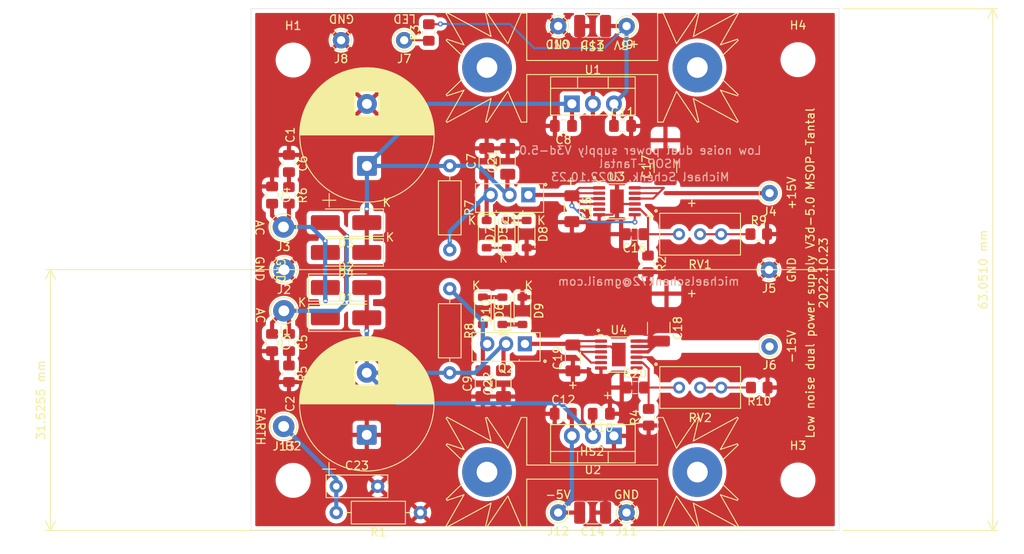
<source format=kicad_pcb>
(kicad_pcb (version 20241229) (generator "pcbnew") (generator_version "9.0")
  (layers (0 "F.Cu" signal) (2 "B.Cu" signal) (13 "F.Paste" user) (15 "B.Paste" user) (5 "F.SilkS" user "F.Silkscreen") (7 "B.SilkS" user "B.Silkscreen") (1 "F.Mask" user) (3 "B.Mask" user) (25 "Edge.Cuts" user))
  (net 0 "")
  (net 1 "GND")
  (net 2 "Net-(D3-K)")
  (net 3 "Net-(D1-A)")
  (net 4 "Net-(D1-K)")
  (net 5 "Net-(D2-K)")
  (net 6 "Net-(D5-K)")
  (net 7 "Net-(D6-A)")
  (net 8 "Net-(J9-Pin_1)")
  (net 9 "Net-(C5-Pad2)")
  (net 10 "Net-(C6-Pad2)")
  (net 11 "Net-(J12-Pin_1)")
  (net 12 "Net-(Q1-E)")
  (net 13 "Net-(U3-SET)")
  (net 14 "Net-(J4-Pin_1)")
  (net 15 "Net-(J6-Pin_1)")
  (net 16 "Net-(R9-Pad1)")
  (net 17 "Net-(R10-Pad2)")
  (net 18 "Net-(Q2-E)")
  (net 19 "Net-(U4-SET)")
  (net 20 "Net-(J13-Pin_1)")
  (net 21 "Net-(D5-A)")
  (net 22 "Net-(D10-A)")
  (net 23 "Net-(D7-A)")
  (net 24 "Net-(D10-K)")
  (net 25 "Net-(J7-Pin_1)")
  (footprint "MountingHole:MountingHole_3.2mm_M3" (layer "F.Cu") (at 85.09 84.5)
    (property "Reference" "H2" (at 0 -4.15 0) (layer "F.SilkS"))
    (property "Value" "MountingHole")
    (pad "" np_thru_hole circle (at 0 0) (size 3.2 3.2) (drill 3.2) (layers "*.Cu" "*.Mask"))
  )
  (footprint "Connector_Pin:Pin_D1.0mm_L10.0mm" (layer "F.Cu") (at 142.5575 59.055)
    (property "Reference" "J5" (at 0 2.25 0) (layer "F.SilkS"))
    (property "Value" "GND")
    (pad "1" thru_hole circle (at 0 0) (size 2 2) (drill 1) (layers "*.Cu" "*.Mask") (net 1 "GND"))
  )
  (footprint "Capacitor_THT:CP_Radial_D16.0mm_P7.50mm" (layer "F.Cu") (at 94 46.5 90)
    (property "Reference" "C1" (at 3.75 -9.25 90) (layer "F.SilkS"))
    (property "Value" "2200uF")
    (pad "1" thru_hole roundrect (at 0 0 90) (size 2.4 2.4) (drill 1.2) (layers "*.Cu" "*.Mask") (roundrect_rratio 0.104167) (net 2 "Net-(D3-K)"))
    (pad "2" thru_hole circle (at 7.5 0 90) (size 2.4 2.4) (drill 1.2) (layers "*.Cu" "*.Mask") (net 1 "GND"))
  )
  (footprint "MountingHole:MountingHole_3.2mm_M3" (layer "F.Cu") (at 85.09 33.7)
    (property "Reference" "H1" (at 0 -4.15 0) (layer "F.SilkS"))
    (property "Value" "MountingHole")
    (pad "" np_thru_hole circle (at 0 0) (size 3.2 3.2) (drill 3.2) (layers "*.Cu" "*.Mask"))
  )
  (footprint "MountingHole:MountingHole_3.2mm_M3" (layer "F.Cu") (at 146.05 33.655)
    (property "Reference" "H4" (at 0 -4.15 0) (layer "F.SilkS"))
    (property "Value" "MountingHole")
    (pad "" np_thru_hole circle (at 0 0) (size 3.2 3.2) (drill 3.2) (layers "*.Cu" "*.Mask"))
  )
  (footprint "Connector_Pin:Pin_D1.3mm_L11.0mm" (layer "F.Cu") (at 83.9724 64.008)
    (property "Reference" "J1" (at 0 2.4 0) (layer "F.SilkS"))
    (property "Value" "AC")
    (pad "1" thru_hole circle (at 0 0) (size 2.6 2.6) (drill 1.3) (layers "*.Cu" "*.Mask") (net 4 "Net-(D1-K)"))
  )
  (footprint "Connector_Pin:Pin_D1.0mm_L10.0mm" (layer "F.Cu") (at 142.621 49.784)
    (property "Reference" "J4" (at 0 2.25 0) (layer "F.SilkS"))
    (property "Value" "+15V")
    (pad "1" thru_hole circle (at 0 0) (size 2 2) (drill 1) (layers "*.Cu" "*.Mask") (net 14 "Net-(J4-Pin_1)"))
  )
  (footprint "Potentiometer_THT:Potentiometer_Bourns_3296W_Vertical" (layer "F.Cu") (at 131.689 54.747 180)
    (property "Reference" "RV1" (at -2.54 -3.66 180) (layer "F.SilkS"))
    (property "Value" "200k")
    (pad "1" thru_hole circle (at 0 0 180) (size 1.44 1.44) (drill 0.8) (layers "*.Cu" "*.Mask") (net 13 "Net-(U3-SET)"))
    (pad "2" thru_hole circle (at -2.54 0 180) (size 1.44 1.44) (drill 0.8) (layers "*.Cu" "*.Mask") (net 16 "Net-(R9-Pad1)"))
    (pad "3" thru_hole circle (at -5.08 0 180) (size 1.44 1.44) (drill 0.8) (layers "*.Cu" "*.Mask") (net 16 "Net-(R9-Pad1)"))
  )
  (footprint "Capacitor_THT:CP_Radial_D16.0mm_P7.50mm" (layer "F.Cu") (at 93.98 79 90)
    (property "Reference" "C2" (at 3.75 -9.25 90) (layer "F.SilkS"))
    (property "Value" "2200uF")
    (pad "1" thru_hole roundrect (at 0 0 90) (size 2.4 2.4) (drill 1.2) (layers "*.Cu" "*.Mask") (roundrect_rratio 0.104167) (net 1 "GND"))
    (pad "2" thru_hole circle (at 7.5 0 90) (size 2.4 2.4) (drill 1.2) (layers "*.Cu" "*.Mask") (net 3 "Net-(D1-A)"))
  )
  (footprint "MountingHole:MountingHole_3.2mm_M3" (layer "F.Cu") (at 146.05 84.455)
    (property "Reference" "H3" (at 0 -4.15 0) (layer "F.SilkS"))
    (property "Value" "MountingHole")
    (pad "" np_thru_hole circle (at 0 0) (size 3.2 3.2) (drill 3.2) (layers "*.Cu" "*.Mask"))
  )
  (footprint "Capacitor_SMD:C_0805_2012Metric_Pad1.18x1.45mm_HandSolder" (layer "F.Cu") (at 117.729 41.656 180)
    (property "Reference" "C8" (at 0 -1.68 180) (layer "F.SilkS"))
    (property "Value" "330nF")
    (pad "1" smd roundrect (at -1.0375 0 180) (size 1.175 1.45) (layers "F.Cu" "F.Mask" "F.Paste") (roundrect_rratio 0.212766) (net 2 "Net-(D3-K)"))
    (pad "2" smd roundrect (at 1.0375 0 180) (size 1.175 1.45) (layers "F.Cu" "F.Mask" "F.Paste") (roundrect_rratio 0.212766) (net 1 "GND"))
  )
  (footprint "Capacitor_SMD:C_0805_2012Metric_Pad1.18x1.45mm_HandSolder" (layer "F.Cu") (at 122.301 76.454 180)
    (property "Reference" "C10" (at 0 -1.68 180) (layer "F.SilkS"))
    (property "Value" "330nF")
    (pad "1" smd roundrect (at -1.0375 0 180) (size 1.175 1.45) (layers "F.Cu" "F.Mask" "F.Paste") (roundrect_rratio 0.212766) (net 1 "GND"))
    (pad "2" smd roundrect (at 1.0375 0 180) (size 1.175 1.45) (layers "F.Cu" "F.Mask" "F.Paste") (roundrect_rratio 0.212766) (net 3 "Net-(D1-A)"))
  )
  (footprint "Capacitor_SMD:C_0805_2012Metric_Pad1.18x1.45mm_HandSolder" (layer "F.Cu") (at 124.8625 41.656)
    (property "Reference" "C11" (at 0 -1.68 0) (layer "F.SilkS"))
    (property "Value" "100nF")
    (pad "1" smd roundrect (at -1.0375 0) (size 1.175 1.45) (layers "F.Cu" "F.Mask" "F.Paste") (roundrect_rratio 0.212766) (net 8 "Net-(J9-Pin_1)"))
    (pad "2" smd roundrect (at 1.0375 0) (size 1.175 1.45) (layers "F.Cu" "F.Mask" "F.Paste") (roundrect_rratio 0.212766) (net 1 "GND"))
  )
  (footprint "Capacitor_SMD:C_0805_2012Metric_Pad1.18x1.45mm_HandSolder" (layer "F.Cu") (at 117.7075 76.454)
    (property "Reference" "C12" (at 0 -1.68 0) (layer "F.SilkS"))
    (property "Value" "100nF")
    (pad "1" smd roundrect (at -1.0375 0) (size 1.175 1.45) (layers "F.Cu" "F.Mask" "F.Paste") (roundrect_rratio 0.212766) (net 1 "GND"))
    (pad "2" smd roundrect (at 1.0375 0) (size 1.175 1.45) (layers "F.Cu" "F.Mask" "F.Paste") (roundrect_rratio 0.212766) (net 11 "Net-(J12-Pin_1)"))
  )
  (footprint "Connector_Pin:Pin_D1.0mm_L10.0mm" (layer "F.Cu") (at 98.5 31.3055)
    (property "Reference" "J7" (at 0 2.25 0) (layer "F.SilkS"))
    (property "Value" "LED")
    (pad "1" thru_hole circle (at 0 0) (size 2 2) (drill 1) (layers "*.Cu" "*.Mask") (net 25 "Net-(J7-Pin_1)"))
  )
  (footprint "Connector_Pin:Pin_D1.0mm_L10.0mm" (layer "F.Cu") (at 90.88 31.3055)
    (property "Reference" "J8" (at 0 2.25 0) (layer "F.SilkS"))
    (property "Value" "GND")
    (pad "1" thru_hole circle (at 0 0) (size 2 2) (drill 1) (layers "*.Cu" "*.Mask") (net 1 "GND"))
  )
  (footprint "Connector_Pin:Pin_D1.0mm_L10.0mm" (layer "F.Cu") (at 125.349 29.591)
    (property "Reference" "J9" (at 0 2.25 0) (layer "F.SilkS"))
    (property "Value" "+5V")
    (pad "1" thru_hole circle (at 0 0) (size 2 2) (drill 1) (layers "*.Cu" "*.Mask") (net 8 "Net-(J9-Pin_1)"))
  )
  (footprint "Connector_Pin:Pin_D1.0mm_L10.0mm" (layer "F.Cu") (at 117.094 29.591)
    (property "Reference" "J10" (at 0 2.25 0) (layer "F.SilkS"))
    (property "Value" "GND")
    (pad "1" thru_hole circle (at 0 0) (size 2 2) (drill 1) (layers "*.Cu" "*.Mask") (net 1 "GND"))
  )
  (footprint "Connector_Pin:Pin_D1.0mm_L10.0mm" (layer "F.Cu") (at 125.349 88.392)
    (property "Reference" "J11" (at 0 2.25 0) (layer "F.SilkS"))
    (property "Value" "GND")
    (pad "1" thru_hole circle (at 0 0) (size 2 2) (drill 1) (layers "*.Cu" "*.Mask") (net 1 "GND"))
  )
  (footprint "Resistor_SMD:R_0805_2012Metric_Pad1.20x1.40mm_HandSolder" (layer "F.Cu") (at 101.473 30.369 90)
    (property "Reference" "R3" (at 0 -1.65 90) (layer "F.SilkS"))
    (property "Value" "240R")
    (pad "1" smd roundrect (at -1 0 90) (size 1.2 1.4) (layers "F.Cu" "F.Mask" "F.Paste") (roundrect_rratio 0.208333) (net 25 "Net-(J7-Pin_1)"))
    (pad "2" smd roundrect (at 1 0 90) (size 1.2 1.4) (layers "F.Cu" "F.Mask" "F.Paste") (roundrect_rratio 0.208333) (net 8 "Net-(J9-Pin_1)"))
  )
  (footprint "Connector_Pin:Pin_D1.3mm_L11.0mm" (layer "F.Cu") (at 84 59.0505)
    (property "Reference" "J2" (at 0 2.4 0) (layer "F.SilkS"))
    (property "Value" "GND")
    (pad "1" thru_hole circle (at 0 0) (size 2.6 2.6) (drill 1.3) (layers "*.Cu" "*.Mask") (net 1 "GND"))
  )
  (footprint "Capacitor_SMD:C_1210_3225Metric_Pad1.33x2.70mm_HandSolder" (layer "F.Cu") (at 130.048 46.594 90)
    (property "Reference" "C17" (at 0 -2.3 90) (layer "F.SilkS"))
    (property "Value" "10uF/100V")
    (pad "1" smd roundrect (at -1.5625 0 90) (size 1.325 2.7) (layers "F.Cu" "F.Mask" "F.Paste") (roundrect_rratio 0.188679) (net 14 "Net-(J4-Pin_1)"))
    (pad "2" smd roundrect (at 1.5625 0 90) (size 1.325 2.7) (layers "F.Cu" "F.Mask" "F.Paste") (roundrect_rratio 0.188679) (net 1 "GND"))
  )
  (footprint "Diode_SMD:D_SMA_Handsoldering" (layer "F.Cu") (at 91.48 64.849)
    (property "Reference" "D1" (at 0 -2.5 0) (layer "F.SilkS"))
    (property "Value" "BYG20D")
    (pad "1" smd roundrect (at -2.5 0) (size 3.5 1.8) (layers "F.Cu" "F.Mask" "F.Paste") (roundrect_rratio 0.1388888889) (net 4 "Net-(D1-K)"))
    (pad "2" smd roundrect (at 2.5 0) (size 3.5 1.8) (layers "F.Cu" "F.Mask" "F.Paste") (roundrect_rratio 0.1388888889) (net 3 "Net-(D1-A)"))
  )
  (footprint "Diode_SMD:D_SMA_Handsoldering" (layer "F.Cu") (at 91.48 61.1914)
    (property "Reference" "D2" (at 0 -2.5 0) (layer "F.SilkS"))
    (property "Value" "BYG20D")
    (pad "1" smd roundrect (at -2.5 0) (size 3.5 1.8) (layers "F.Cu" "F.Mask" "F.Paste") (roundrect_rratio 0.1388888889) (net 5 "Net-(D2-K)"))
    (pad "2" smd roundrect (at 2.5 0) (size 3.5 1.8) (layers "F.Cu" "F.Mask" "F.Paste") (roundrect_rratio 0.1388888889) (net 3 "Net-(D1-A)"))
  )
  (footprint "Package_TO_SOT_THT:TO-220-3_Vertical" (layer "F.Cu") (at 123.825 79.121 180)
    (property "Reference" "U2" (at 2.54 -4.1 180) (layer "F.SilkS"))
    (property "Value" "LM7905_TO220")
    (pad "1" thru_hole rect (at 0 0 180) (size 1.905 2) (drill 1.1) (layers "*.Cu" "*.Mask") (net 1 "GND"))
    (pad "2" thru_hole oval (at 2.54 0 180) (size 1.905 2) (drill 1.1) (layers "*.Cu" "*.Mask") (net 3 "Net-(D1-A)"))
    (pad "3" thru_hole oval (at 5.08 0 180) (size 1.905 2) (drill 1.1) (layers "*.Cu" "*.Mask") (net 11 "Net-(J12-Pin_1)"))
  )
  (footprint "Potentiometer_THT:Potentiometer_Bourns_3296W_Vertical" (layer "F.Cu") (at 131.699 73.279 180)
    (property "Reference" "RV2" (at -2.54 -3.66 180) (layer "F.SilkS"))
    (property "Value" "200k")
    (pad "1" thru_hole circle (at 0 0 180) (size 1.44 1.44) (drill 0.8) (layers "*.Cu" "*.Mask") (net 19 "Net-(U4-SET)"))
    (pad "2" thru_hole circle (at -2.54 0 180) (size 1.44 1.44) (drill 0.8) (layers "*.Cu" "*.Mask") (net 17 "Net-(R10-Pad2)"))
    (pad "3" thru_hole circle (at -5.08 0 180) (size 1.44 1.44) (drill 0.8) (layers "*.Cu" "*.Mask") (net 17 "Net-(R10-Pad2)"))
  )
  (footprint "Connector_Pin:Pin_D1.3mm_L11.0mm" (layer "F.Cu") (at 83.9216 53.8734)
    (property "Reference" "J3" (at 0 2.4 0) (layer "F.SilkS"))
    (property "Value" "AC")
    (pad "1" thru_hole circle (at 0 0) (size 2.6 2.6) (drill 1.3) (layers "*.Cu" "*.Mask") (net 5 "Net-(D2-K)"))
  )
  (footprint "Diode_SMD:D_SMA_Handsoldering" (layer "F.Cu") (at 91.48 53.349 180)
    (property "Reference" "D3" (at 0 -2.5 180) (layer "F.SilkS"))
    (property "Value" "BYG20D")
    (pad "1" smd roundrect (at -2.5 0 180) (size 3.5 1.8) (layers "F.Cu" "F.Mask" "F.Paste") (roundrect_rratio 0.1388888889) (net 2 "Net-(D3-K)"))
    (pad "2" smd roundrect (at 2.5 0 180) (size 3.5 1.8) (layers "F.Cu" "F.Mask" "F.Paste") (roundrect_rratio 0.1388888889) (net 4 "Net-(D1-K)"))
  )
  (footprint "Diode_SMD:D_SMA_Handsoldering" (layer "F.Cu") (at 91.48 56.9558 180)
    (property "Reference" "D4" (at 0 -2.5 180) (layer "F.SilkS"))
    (property "Value" "BYG20D")
    (pad "1" smd roundrect (at -2.5 0 180) (size 3.5 1.8) (layers "F.Cu" "F.Mask" "F.Paste") (roundrect_rratio 0.1388888889) (net 2 "Net-(D3-K)"))
    (pad "2" smd roundrect (at 2.5 0 180) (size 3.5 1.8) (layers "F.Cu" "F.Mask" "F.Paste") (roundrect_rratio 0.1388888889) (net 5 "Net-(D2-K)"))
  )
  (footprint "Capacitor_SMD:C_0805_2012Metric_Pad1.18x1.45mm_HandSolder" (layer "F.Cu") (at 82.55 67.8395 -90)
    (property "Reference" "C3" (at 0 -1.68 270) (layer "F.SilkS"))
    (property "Value" "Cx/10nF/50V")
    (pad "1" smd roundrect (at -1.0375 0 270) (size 1.175 1.45) (layers "F.Cu" "F.Mask" "F.Paste") (roundrect_rratio 0.212766) (net 4 "Net-(D1-K)"))
    (pad "2" smd roundrect (at 1.0375 0 270) (size 1.175 1.45) (layers "F.Cu" "F.Mask" "F.Paste") (roundrect_rratio 0.212766) (net 1 "GND"))
  )
  (footprint "Capacitor_SMD:C_0805_2012Metric_Pad1.18x1.45mm_HandSolder" (layer "F.Cu") (at 82.55 50.0165 -90)
    (property "Reference" "C4" (at 0 -1.68 270) (layer "F.SilkS"))
    (property "Value" "Cx/10nF/50V")
    (pad "1" smd roundrect (at -1.0375 0 270) (size 1.175 1.45) (layers "F.Cu" "F.Mask" "F.Paste") (roundrect_rratio 0.212766) (net 1 "GND"))
    (pad "2" smd roundrect (at 1.0375 0 270) (size 1.175 1.45) (layers "F.Cu" "F.Mask" "F.Paste") (roundrect_rratio 0.212766) (net 5 "Net-(D2-K)"))
  )
  (footprint "Capacitor_SMD:C_0805_2012Metric_Pad1.18x1.45mm_HandSolder" (layer "F.Cu") (at 84.582 67.8395 -90)
    (property "Reference" "C5" (at 0 -1.68 270) (layer "F.SilkS"))
    (property "Value" "Cs/50V")
    (pad "1" smd roundrect (at -1.0375 0 270) (size 1.175 1.45) (layers "F.Cu" "F.Mask" "F.Paste") (roundrect_rratio 0.212766) (net 4 "Net-(D1-K)"))
    (pad "2" smd roundrect (at 1.0375 0 270) (size 1.175 1.45) (layers "F.Cu" "F.Mask" "F.Paste") (roundrect_rratio 0.212766) (net 9 "Net-(C5-Pad2)"))
  )
  (footprint "Capacitor_SMD:C_0805_2012Metric_Pad1.18x1.45mm_HandSolder" (layer "F.Cu") (at 84.582 46.2065 -90)
    (property "Reference" "C6" (at 0 -1.68 270) (layer "F.SilkS"))
    (property "Value" "Cs/50V")
    (pad "1" smd roundrect (at -1.0375 0 270) (size 1.175 1.45) (layers "F.Cu" "F.Mask" "F.Paste") (roundrect_rratio 0.212766) (net 1 "GND"))
    (pad "2" smd roundrect (at 1.0375 0 270) (size 1.175 1.45) (layers "F.Cu" "F.Mask" "F.Paste") (roundrect_rratio 0.212766) (net 10 "Net-(C6-Pad2)"))
  )
  (footprint "Capacitor_SMD:C_1206_3216Metric_Pad1.33x1.80mm_HandSolder" (layer "F.Cu") (at 108.458 45.9375 90)
    (property "Reference" "C7" (at 0 -1.85 90) (layer "F.SilkS"))
    (property "Value" "4.7uF/100V")
    (pad "1" smd roundrect (at -1.5625 0 90) (size 1.325 1.8) (layers "F.Cu" "F.Mask" "F.Paste") (roundrect_rratio 0.188679) (net 6 "Net-(D5-K)"))
    (pad "2" smd roundrect (at 1.5625 0 90) (size 1.325 1.8) (layers "F.Cu" "F.Mask" "F.Paste") (roundrect_rratio 0.188679) (net 1 "GND"))
  )
  (footprint "Capacitor_SMD:C_1206_3216Metric_Pad1.33x1.80mm_HandSolder" (layer "F.Cu") (at 108 72.8095 90)
    (property "Reference" "C9" (at 0 -1.85 90) (layer "F.SilkS"))
    (property "Value" "4.7uF/100V")
    (pad "1" smd roundrect (at -1.5625 0 90) (size 1.325 1.8) (layers "F.Cu" "F.Mask" "F.Paste") (roundrect_rratio 0.188679) (net 1 "GND"))
    (pad "2" smd roundrect (at 1.5625 0 90) (size 1.325 1.8) (layers "F.Cu" "F.Mask" "F.Paste") (roundrect_rratio 0.188679) (net 7 "Net-(D6-A)"))
  )
  (footprint "Diode_SMD:D_SOD-123" (layer "F.Cu") (at 108.458 54.736 -90)
    (property "Reference" "D5" (at 0 -2 270) (layer "F.SilkS"))
    (property "Value" "MMSZ5232B/5.6V")
    (pad "1" smd roundrect (at -1.65 0 270) (size 0.9 1.2) (layers "F.Cu" "F.Mask" "F.Paste") (net 6 "Net-(D5-K)"))
    (pad "2" smd roundrect (at 1.65 0 270) (size 0.9 1.2) (layers "F.Cu" "F.Mask" "F.Paste") (net 21 "Net-(D5-A)"))
  )
  (footprint "Diode_SMD:D_SOD-123" (layer "F.Cu") (at 108 64.009 -90)
    (property "Reference" "D6" (at 0 -2 270) (layer "F.SilkS"))
    (property "Value" "MMSZ5232B/5.6V")
    (pad "1" smd roundrect (at -1.65 0 270) (size 0.9 1.2) (layers "F.Cu" "F.Mask" "F.Paste") (net 22 "Net-(D10-A)"))
    (pad "2" smd roundrect (at 1.65 0 270) (size 0.9 1.2) (layers "F.Cu" "F.Mask" "F.Paste") (net 7 "Net-(D6-A)"))
  )
  (footprint "Package_TO_SOT_THT:TO-126-3_Vertical" (layer "F.Cu") (at 113.5 50 180)
    (property "Reference" "Q1" (at 2.28 -2.95 180) (layer "F.SilkS"))
    (property "Value" "BD139")
    (pad "1" thru_hole rect (at 0 0 180) (size 1.71 1.8) (drill 1) (layers "*.Cu" "*.Mask") (net 12 "Net-(Q1-E)"))
    (pad "2" thru_hole oval (at 2.28 0 180) (size 1.71 1.8) (drill 1) (layers "*.Cu" "*.Mask") (net 2 "Net-(D3-K)"))
    (pad "3" thru_hole oval (at 4.56 0 180) (size 1.71 1.8) (drill 1) (layers "*.Cu" "*.Mask") (net 6 "Net-(D5-K)"))
  )
  (footprint "Package_TO_SOT_THT:TO-126-3_Vertical" (layer "F.Cu") (at 113.08 68 180)
    (property "Reference" "Q2" (at 2.28 -2.95 180) (layer "F.SilkS"))
    (property "Value" "BD140")
    (pad "1" thru_hole rect (at 0 0 180) (size 1.71 1.8) (drill 1) (layers "*.Cu" "*.Mask") (net 18 "Net-(Q2-E)"))
    (pad "2" thru_hole oval (at 2.28 0 180) (size 1.71 1.8) (drill 1) (layers "*.Cu" "*.Mask") (net 3 "Net-(D1-A)"))
    (pad "3" thru_hole oval (at 4.56 0 180) (size 1.71 1.8) (drill 1) (layers "*.Cu" "*.Mask") (net 7 "Net-(D6-A)"))
  )
  (footprint "Resistor_SMD:R_0805_2012Metric_Pad1.20x1.40mm_HandSolder" (layer "F.Cu") (at 84.582 71.612 -90)
    (property "Reference" "R5" (at 0 -1.65 270) (layer "F.SilkS"))
    (property "Value" "Rs/1/8W")
    (pad "1" smd roundrect (at -1 0 270) (size 1.2 1.4) (layers "F.Cu" "F.Mask" "F.Paste") (roundrect_rratio 0.208333) (net 9 "Net-(C5-Pad2)"))
    (pad "2" smd roundrect (at 1 0 270) (size 1.2 1.4) (layers "F.Cu" "F.Mask" "F.Paste") (roundrect_rratio 0.208333) (net 1 "GND"))
  )
  (footprint "Resistor_SMD:R_0805_2012Metric_Pad1.20x1.40mm_HandSolder" (layer "F.Cu") (at 84.582 50.054 -90)
    (property "Reference" "R6" (at 0 -1.65 270) (layer "F.SilkS"))
    (property "Value" "Rs/1/8W")
    (pad "1" smd roundrect (at -1 0 270) (size 1.2 1.4) (layers "F.Cu" "F.Mask" "F.Paste") (roundrect_rratio 0.208333) (net 10 "Net-(C6-Pad2)"))
    (pad "2" smd roundrect (at 1 0 270) (size 1.2 1.4) (layers "F.Cu" "F.Mask" "F.Paste") (roundrect_rratio 0.208333) (net 5 "Net-(D2-K)"))
  )
  (footprint "Resistor_THT:R_Axial_DIN0207_L6.3mm_D2.5mm_P10.16mm_Horizontal" (layer "F.Cu") (at 104 46.482 -90)
    (property "Reference" "R7" (at 5.08 -2.37 270) (layer "F.SilkS"))
    (property "Value" "430R/0.6W")
    (pad "1" thru_hole circle (at 0 0 270) (size 1.6 1.6) (drill 0.8) (layers "*.Cu" "*.Mask") (net 2 "Net-(D3-K)"))
    (pad "2" thru_hole circle (at 10.16 0 270) (size 1.6 1.6) (drill 0.8) (layers "*.Cu" "*.Mask") (net 6 "Net-(D5-K)"))
  )
  (footprint "Resistor_THT:R_Axial_DIN0207_L6.3mm_D2.5mm_P10.16mm_Horizontal" (layer "F.Cu") (at 104 61.34 -90)
    (property "Reference" "R8" (at 5.08 -2.37 270) (layer "F.SilkS"))
    (property "Value" "430R/0.6W")
    (pad "1" thru_hole circle (at 0 0 270) (size 1.6 1.6) (drill 0.8) (layers "*.Cu" "*.Mask") (net 7 "Net-(D6-A)"))
    (pad "2" thru_hole circle (at 10.16 0 270) (size 1.6 1.6) (drill 0.8) (layers "*.Cu" "*.Mask") (net 3 "Net-(D1-A)"))
  )
  (footprint "Capacitor_SMD:C_1210_3225Metric_Pad1.33x2.70mm_HandSolder" (layer "F.Cu") (at 121.2465 29.591 180)
    (property "Reference" "C13" (at 0 -2.3 180) (layer "F.SilkS"))
    (property "Value" "10uF/50V")
    (pad "1" smd roundrect (at -1.5625 0 180) (size 1.325 2.7) (layers "F.Cu" "F.Mask" "F.Paste") (roundrect_rratio 0.188679) (net 8 "Net-(J9-Pin_1)"))
    (pad "2" smd roundrect (at 1.5625 0 180) (size 1.325 2.7) (layers "F.Cu" "F.Mask" "F.Paste") (roundrect_rratio 0.188679) (net 1 "GND"))
  )
  (footprint "Capacitor_SMD:C_1210_3225Metric_Pad1.33x2.70mm_HandSolder" (layer "F.Cu") (at 121.2465 88.392 180)
    (property "Reference" "C14" (at 0 -2.3 180) (layer "F.SilkS"))
    (property "Value" "10uF/50V")
    (pad "1" smd roundrect (at -1.5625 0 180) (size 1.325 2.7) (layers "F.Cu" "F.Mask" "F.Paste") (roundrect_rratio 0.188679) (net 1 "GND"))
    (pad "2" smd roundrect (at 1.5625 0 180) (size 1.325 2.7) (layers "F.Cu" "F.Mask" "F.Paste") (roundrect_rratio 0.188679) (net 11 "Net-(J12-Pin_1)"))
  )
  (footprint "Connector_Pin:Pin_D1.0mm_L10.0mm" (layer "F.Cu") (at 117.094 88.392)
    (property "Reference" "J12" (at 0 2.25 0) (layer "F.SilkS"))
    (property "Value" "-5V")
    (pad "1" thru_hole circle (at 0 0) (size 2 2) (drill 1) (layers "*.Cu" "*.Mask") (net 11 "Net-(J12-Pin_1)"))
  )
  (footprint "Package_TO_SOT_THT:TO-220-3_Vertical" (layer "F.Cu") (at 118.745 38.989)
    (property "Reference" "U1" (at 2.54 -4.1 0) (layer "F.SilkS"))
    (property "Value" "LM7805_TO220")
    (pad "1" thru_hole rect (at 0 0) (size 1.905 2) (drill 1.1) (layers "*.Cu" "*.Mask") (net 2 "Net-(D3-K)"))
    (pad "2" thru_hole oval (at 2.54 0) (size 1.905 2) (drill 1.1) (layers "*.Cu" "*.Mask") (net 1 "GND"))
    (pad "3" thru_hole oval (at 5.08 0) (size 1.905 2) (drill 1.1) (layers "*.Cu" "*.Mask") (net 8 "Net-(J9-Pin_1)"))
  )
  (footprint "Capacitor_SMD:C_1210_3225Metric_Pad1.33x2.70mm_HandSolder" (layer "F.Cu") (at 129.2352 66.1031 -90)
    (property "Reference" "C18" (at 0 -2.3 270) (layer "F.SilkS"))
    (property "Value" "10uF/100V")
    (pad "1" smd roundrect (at -1.5625 0 270) (size 1.325 2.7) (layers "F.Cu" "F.Mask" "F.Paste") (roundrect_rratio 0.188679) (net 1 "GND"))
    (pad "2" smd roundrect (at 1.5625 0 270) (size 1.325 2.7) (layers "F.Cu" "F.Mask" "F.Paste") (roundrect_rratio 0.188679) (net 15 "Net-(J6-Pin_1)"))
  )
  (footprint "Diode_SMD:D_SOD-123" (layer "F.Cu") (at 110.871 54.736 90)
    (property "Reference" "D7" (at 0 -2 90) (layer "F.SilkS"))
    (property "Value" "MMSZ5232B/5.6V")
    (pad "1" smd roundrect (at -1.65 0 90) (size 0.9 1.2) (layers "F.Cu" "F.Mask" "F.Paste") (net 21 "Net-(D5-A)"))
    (pad "2" smd roundrect (at 1.65 0 90) (size 0.9 1.2) (layers "F.Cu" "F.Mask" "F.Paste") (net 23 "Net-(D7-A)"))
  )
  (footprint "Diode_SMD:D_SOD-123" (layer "F.Cu") (at 113.284 54.736 -90)
    (property "Reference" "D8" (at 0 -2 270) (layer "F.SilkS"))
    (property "Value" "MMSZ5232B/5.6V")
    (pad "1" smd roundrect (at -1.65 0 270) (size 0.9 1.2) (layers "F.Cu" "F.Mask" "F.Paste") (net 23 "Net-(D7-A)"))
    (pad "2" smd roundrect (at 1.65 0 270) (size 0.9 1.2) (layers "F.Cu" "F.Mask" "F.Paste") (net 1 "GND"))
  )
  (footprint "Diode_SMD:D_SOD-123" (layer "F.Cu") (at 112.776 64.009 -90)
    (property "Reference" "D9" (at 0 -2 270) (layer "F.SilkS"))
    (property "Value" "MMSZ5232B/5.6V")
    (pad "1" smd roundrect (at -1.65 0 270) (size 0.9 1.2) (layers "F.Cu" "F.Mask" "F.Paste") (net 1 "GND"))
    (pad "2" smd roundrect (at 1.65 0 270) (size 0.9 1.2) (layers "F.Cu" "F.Mask" "F.Paste") (net 24 "Net-(D10-K)"))
  )
  (footprint "Diode_SMD:D_SOD-123" (layer "F.Cu") (at 110.363 64.009 90)
    (property "Reference" "D10" (at 0 -2 90) (layer "F.SilkS"))
    (property "Value" "MMSZ5232B/5.6V")
    (pad "1" smd roundrect (at -1.65 0 90) (size 0.9 1.2) (layers "F.Cu" "F.Mask" "F.Paste") (net 24 "Net-(D10-K)"))
    (pad "2" smd roundrect (at 1.65 0 90) (size 0.9 1.2) (layers "F.Cu" "F.Mask" "F.Paste") (net 22 "Net-(D10-A)"))
  )
  (footprint "Capacitor_SMD:C_0805_2012Metric_Pad1.18x1.45mm_HandSolder" (layer "F.Cu") (at 126.391 73.279)
    (property "Reference" "C20" (at 0 -1.68 0) (layer "F.SilkS"))
    (property "Value" "470nF/100V")
    (pad "1" smd roundrect (at -1.0375 0) (size 1.175 1.45) (layers "F.Cu" "F.Mask" "F.Paste") (roundrect_rratio 0.212766) (net 1 "GND"))
    (pad "2" smd roundrect (at 1.0375 0) (size 1.175 1.45) (layers "F.Cu" "F.Mask" "F.Paste") (roundrect_rratio 0.212766) (net 19 "Net-(U4-SET)"))
  )
  (footprint "Connector_Pin:Pin_D1.0mm_L10.0mm" (layer "F.Cu") (at 142.621 68.326)
    (property "Reference" "J6" (at 0 2.25 0) (layer "F.SilkS"))
    (property "Value" "-15V")
    (pad "1" thru_hole circle (at 0 0) (size 2 2) (drill 1) (layers "*.Cu" "*.Mask") (net 15 "Net-(J6-Pin_1)"))
  )
  (footprint "Capacitor_SMD:C_1206_3216Metric_Pad1.33x1.80mm_HandSolder" (layer "F.Cu") (at 111 45.9375 90)
    (property "Reference" "C21" (at 0 -1.85 90) (layer "F.SilkS"))
    (property "Value" "4.7uF/100V")
    (pad "1" smd roundrect (at -1.5625 0 90) (size 1.325 1.8) (layers "F.Cu" "F.Mask" "F.Paste") (roundrect_rratio 0.188679) (net 2 "Net-(D3-K)"))
    (pad "2" smd roundrect (at 1.5625 0 90) (size 1.325 1.8) (layers "F.Cu" "F.Mask" "F.Paste") (roundrect_rratio 0.188679) (net 1 "GND"))
  )
  (footprint "Capacitor_SMD:C_1206_3216Metric_Pad1.33x1.80mm_HandSolder" (layer "F.Cu") (at 110.49 72.8095 90)
    (property "Reference" "C22" (at 0 -1.85 90) (layer "F.SilkS"))
    (property "Value" "4.7uF/100V")
    (pad "1" smd roundrect (at -1.5625 0 90) (size 1.325 1.8) (layers "F.Cu" "F.Mask" "F.Paste") (roundrect_rratio 0.188679) (net 1 "GND"))
    (pad "2" smd roundrect (at 1.5625 0 90) (size 1.325 1.8) (layers "F.Cu" "F.Mask" "F.Paste") (roundrect_rratio 0.188679) (net 3 "Net-(D1-A)"))
  )
  (footprint "Capacitor_SMD:C_1206_3216Metric_Pad1.33x1.80mm_HandSolder" (layer "F.Cu") (at 118.872 69.697 90)
    (property "Reference" "C19" (at 0 -1.85 90) (layer "F.SilkS"))
    (property "Value" "4.7uF/100V")
    (pad "1" smd roundrect (at -1.5625 0 90) (size 1.325 1.8) (layers "F.Cu" "F.Mask" "F.Paste") (roundrect_rratio 0.188679) (net 1 "GND"))
    (pad "2" smd roundrect (at 1.5625 0 90) (size 1.325 1.8) (layers "F.Cu" "F.Mask" "F.Paste") (roundrect_rratio 0.188679) (net 18 "Net-(Q2-E)"))
  )
  (footprint "Package_SO:MSOP-12-1EP_3x4.039mm_P0.65mm_EP1.651x2.845mm" (layer "F.Cu") (at 124.4105 69.2935)
    (property "Reference" "U4" (at 0 -2.97 0) (layer "F.SilkS"))
    (property "Value" "LT3094xMSE")
    (pad "1" smd roundrect (at -2.15 -1.625) (size 1.45 0.4) (layers "F.Cu" "F.Mask" "F.Paste") (net 18 "Net-(Q2-E)"))
    (pad "2" smd roundrect (at -2.15 -0.975) (size 1.45 0.4) (layers "F.Cu" "F.Mask" "F.Paste") (net 18 "Net-(Q2-E)"))
    (pad "3" smd roundrect (at -2.15 -0.325) (size 1.45 0.4) (layers "F.Cu" "F.Mask" "F.Paste") (net 18 "Net-(Q2-E)"))
    (pad "4" smd roundrect (at -2.15 0.325) (size 1.45 0.4) (layers "F.Cu" "F.Mask" "F.Paste"))
    (pad "5" smd roundrect (at -2.15 0.975) (size 1.45 0.4) (layers "F.Cu" "F.Mask" "F.Paste") (net 18 "Net-(Q2-E)"))
    (pad "6" smd roundrect (at -2.15 1.625) (size 1.45 0.4) (layers "F.Cu" "F.Mask" "F.Paste") (net 1 "GND"))
    (pad "7" smd roundrect (at 2.15 1.625) (size 1.45 0.4) (layers "F.Cu" "F.Mask" "F.Paste"))
    (pad "8" smd roundrect (at 2.15 0.975) (size 1.45 0.4) (layers "F.Cu" "F.Mask" "F.Paste") (net 19 "Net-(U4-SET)"))
    (pad "9" smd roundrect (at 2.15 0.325) (size 1.45 0.4) (layers "F.Cu" "F.Mask" "F.Paste") (net 1 "GND"))
    (pad "10" smd roundrect (at 2.15 -0.325) (size 1.45 0.4) (layers "F.Cu" "F.Mask" "F.Paste") (net 15 "Net-(J6-Pin_1)"))
    (pad "11" smd roundrect (at 2.15 -0.975) (size 1.45 0.4) (layers "F.Cu" "F.Mask" "F.Paste") (net 15 "Net-(J6-Pin_1)"))
    (pad "12" smd roundrect (at 2.15 -1.625) (size 1.45 0.4) (layers "F.Cu" "F.Mask" "F.Paste") (net 15 "Net-(J6-Pin_1)"))
    (pad "13" smd rect (at 0 0) (size 1.651 2.845) (property pad_prop_heatsink) (layers "F.Cu" "F.Mask") (net 18 "Net-(Q2-E)"))
  )
  (footprint "Capacitor_SMD:C_1206_3216Metric_Pad1.33x1.80mm_HandSolder" (layer "F.Cu") (at 118.745 51.663 -90)
    (property "Reference" "C15" (at 0 -1.85 270) (layer "F.SilkS"))
    (property "Value" "4.7uF/100V")
    (pad "1" smd roundrect (at -1.5625 0 270) (size 1.325 1.8) (layers "F.Cu" "F.Mask" "F.Paste") (roundrect_rratio 0.188679) (net 12 "Net-(Q1-E)"))
    (pad "2" smd roundrect (at 1.5625 0 270) (size 1.325 1.8) (layers "F.Cu" "F.Mask" "F.Paste") (roundrect_rratio 0.188679) (net 1 "GND"))
  )
  (footprint "Capacitor_SMD:C_0805_2012Metric_Pad1.18x1.45mm_HandSolder" (layer "F.Cu") (at 126.3175 54.747 180)
    (property "Reference" "C16" (at 0 -1.68 180) (layer "F.SilkS"))
    (property "Value" "470nF/100V")
    (pad "1" smd roundrect (at -1.0375 0 180) (size 1.175 1.45) (layers "F.Cu" "F.Mask" "F.Paste") (roundrect_rratio 0.212766) (net 13 "Net-(U3-SET)"))
    (pad "2" smd roundrect (at 1.0375 0 180) (size 1.175 1.45) (layers "F.Cu" "F.Mask" "F.Paste") (roundrect_rratio 0.212766) (net 1 "GND"))
  )
  (footprint "Package_SO:MSOP-12-1EP_3x4.039mm_P0.65mm_EP1.651x2.845mm" (layer "F.Cu") (at 124.187 50.769)
    (property "Reference" "U3" (at 0 -2.97 0) (layer "F.SilkS"))
    (property "Value" "LT3045xMSE")
    (pad "1" smd roundrect (at -2.15 -1.625) (size 1.45 0.4) (layers "F.Cu" "F.Mask" "F.Paste") (net 12 "Net-(Q1-E)"))
    (pad "2" smd roundrect (at -2.15 -0.975) (size 1.45 0.4) (layers "F.Cu" "F.Mask" "F.Paste") (net 12 "Net-(Q1-E)"))
    (pad "3" smd roundrect (at -2.15 -0.325) (size 1.45 0.4) (layers "F.Cu" "F.Mask" "F.Paste") (net 12 "Net-(Q1-E)"))
    (pad "4" smd roundrect (at -2.15 0.325) (size 1.45 0.4) (layers "F.Cu" "F.Mask" "F.Paste") (net 12 "Net-(Q1-E)"))
    (pad "5" smd roundrect (at -2.15 0.975) (size 1.45 0.4) (layers "F.Cu" "F.Mask" "F.Paste"))
    (pad "6" smd roundrect (at -2.15 1.625) (size 1.45 0.4) (layers "F.Cu" "F.Mask" "F.Paste") (net 1 "GND"))
    (pad "7" smd roundrect (at 2.15 1.625) (size 1.45 0.4) (layers "F.Cu" "F.Mask" "F.Paste") (net 12 "Net-(Q1-E)"))
    (pad "8" smd roundrect (at 2.15 0.975) (size 1.45 0.4) (layers "F.Cu" "F.Mask" "F.Paste") (net 13 "Net-(U3-SET)"))
    (pad "9" smd roundrect (at 2.15 0.325) (size 1.45 0.4) (layers "F.Cu" "F.Mask" "F.Paste") (net 1 "GND"))
    (pad "10" smd roundrect (at 2.15 -0.325) (size 1.45 0.4) (layers "F.Cu" "F.Mask" "F.Paste") (net 14 "Net-(J4-Pin_1)"))
    (pad "11" smd roundrect (at 2.15 -0.975) (size 1.45 0.4) (layers "F.Cu" "F.Mask" "F.Paste") (net 14 "Net-(J4-Pin_1)"))
    (pad "12" smd roundrect (at 2.15 -1.625) (size 1.45 0.4) (layers "F.Cu" "F.Mask" "F.Paste") (net 14 "Net-(J4-Pin_1)"))
    (pad "13" smd rect (at 0 0) (size 1.651 2.845) (property pad_prop_heatsink) (layers "F.Cu" "F.Mask") (net 1 "GND"))
  )
  (footprint "Capacitor_THT:C_Rect_L7.2mm_W2.5mm_P5.00mm_FKS2_FKP2_MKS2_MKP2" (layer "F.Cu") (at 90.297 85.217)
    (property "Reference" "C23" (at 2.5 -2.5 0) (layer "F.SilkS"))
    (property "Value" "10nF")
    (pad "1" thru_hole circle (at 0 0) (size 1.6 1.6) (drill 0.8) (layers "*.Cu" "*.Mask") (net 20 "Net-(J13-Pin_1)"))
    (pad "2" thru_hole circle (at 5 0) (size 1.6 1.6) (drill 0.8) (layers "*.Cu" "*.Mask") (net 1 "GND"))
  )
  (footprint "Connector_Pin:Pin_D1.3mm_L11.0mm" (layer "F.Cu") (at 83.947 77.978)
    (property "Reference" "J13" (at 0 2.4 0) (layer "F.SilkS"))
    (property "Value" "EARTH")
    (pad "1" thru_hole circle (at 0 0) (size 2.6 2.6) (drill 1.3) (layers "*.Cu" "*.Mask") (net 20 "Net-(J13-Pin_1)"))
  )
  (footprint "Resistor_THT:R_Axial_DIN0207_L6.3mm_D2.5mm_P10.16mm_Horizontal" (layer "F.Cu") (at 100.457 88.392 180)
    (property "Reference" "R1" (at 5.08 -2.37 180) (layer "F.SilkS"))
    (property "Value" "100R/0.6W")
    (pad "1" thru_hole circle (at 0 0 180) (size 1.6 1.6) (drill 0.8) (layers "*.Cu" "*.Mask") (net 1 "GND"))
    (pad "2" thru_hole circle (at 10.16 0 180) (size 1.6 1.6) (drill 0.8) (layers "*.Cu" "*.Mask") (net 20 "Net-(J13-Pin_1)"))
  )
  (footprint "Heatsink:Heatsink_Fischer_SK104-STC-STIC_35x13mm_2xDrill2.5mm" (layer "F.Cu") (at 121.2 34.603)
    (property "Reference" "HS1" (at -0.025 -2.5 0) (layer "F.SilkS"))
    (property "Value" "Heatsink")
    (pad "1" thru_hole circle (at -12.7 0 180) (size 6 6) (drill 2.5) (layers "*.Cu" "*.Mask"))
    (pad "1" thru_hole circle (at 12.7 0) (size 6 6) (drill 2.5) (layers "*.Cu" "*.Mask"))
  )
  (footprint "Resistor_SMD:R_0805_2012Metric_Pad1.20x1.40mm_HandSolder" (layer "F.Cu") (at 141.3764 73.279 180)
    (property "Reference" "R10" (at 0 -1.65 180) (layer "F.SilkS"))
    (property "Value" "Rvset")
    (pad "1" smd roundrect (at -1 0 180) (size 1.2 1.4) (layers "F.Cu" "F.Mask" "F.Paste") (roundrect_rratio 0.208333) (net 1 "GND"))
    (pad "2" smd roundrect (at 1 0 180) (size 1.2 1.4) (layers "F.Cu" "F.Mask" "F.Paste") (roundrect_rratio 0.208333) (net 17 "Net-(R10-Pad2)"))
  )
  (footprint "Resistor_SMD:R_0805_2012Metric_Pad1.20x1.40mm_HandSolder" (layer "F.Cu") (at 128.016 76.8698 90)
    (property "Reference" "R4" (at 0 -1.65 90) (layer "F.SilkS"))
    (property "Value" "Rvset")
    (pad "1" smd roundrect (at -1 0 90) (size 1.2 1.4) (layers "F.Cu" "F.Mask" "F.Paste") (roundrect_rratio 0.208333) (net 1 "GND"))
    (pad "2" smd roundrect (at 1 0 90) (size 1.2 1.4) (layers "F.Cu" "F.Mask" "F.Paste") (roundrect_rratio 0.208333) (net 19 "Net-(U4-SET)"))
  )
  (footprint "Resistor_SMD:R_0805_2012Metric_Pad1.20x1.40mm_HandSolder" (layer "F.Cu") (at 127.9398 58.3278 -90)
    (property "Reference" "R2" (at 0 -1.65 270) (layer "F.SilkS"))
    (property "Value" "Rvset")
    (pad "1" smd roundrect (at -1 0 270) (size 1.2 1.4) (layers "F.Cu" "F.Mask" "F.Paste") (roundrect_rratio 0.208333) (net 13 "Net-(U3-SET)"))
    (pad "2" smd roundrect (at 1 0 270) (size 1.2 1.4) (layers "F.Cu" "F.Mask" "F.Paste") (roundrect_rratio 0.208333) (net 1 "GND"))
  )
  (footprint "Resistor_SMD:R_0805_2012Metric_Pad1.20x1.40mm_HandSolder" (layer "F.Cu") (at 141.3096 54.737)
    (property "Reference" "R9" (at 0 -1.65 0) (layer "F.SilkS"))
    (property "Value" "Rvset")
    (pad "1" smd roundrect (at -1 0) (size 1.2 1.4) (layers "F.Cu" "F.Mask" "F.Paste") (roundrect_rratio 0.208333) (net 16 "Net-(R9-Pad1)"))
    (pad "2" smd roundrect (at 1 0) (size 1.2 1.4) (layers "F.Cu" "F.Mask" "F.Paste") (roundrect_rratio 0.208333) (net 1 "GND"))
  )
  (footprint "Heatsink:Heatsink_Fischer_SK104-STC-STIC_35x13mm_2xDrill2.5mm" (layer "F.Cu") (at 121.2 83.5)
    (property "Reference" "HS2" (at -0.025 -2.5 0) (layer "F.SilkS"))
    (property "Value" "Heatsink")
    (pad "1" thru_hole circle (at -12.7 0 180) (size 6 6) (drill 2.5) (layers "*.Cu" "*.Mask"))
    (pad "1" thru_hole circle (at 12.7 0) (size 6 6) (drill 2.5) (layers "*.Cu" "*.Mask"))
  )
  (gr_line (start 80 27.5) (end 80.01 90.551) (stroke (width 0.05)) (layer "Edge.Cuts"))
  (gr_line (start 151.003 90.551) (end 151.003 27.5) (stroke (width 0.05)) (layer "Edge.Cuts"))
  (gr_line (start 80.01 90.551) (end 151.003 90.551) (stroke (width 0.05)) (layer "Edge.Cuts"))
  (gr_line (start 151.003 27.5) (end 80 27.5) (stroke (width 0.05)) (layer "Edge.Cuts"))
  (gr_text "LED" (at 98.552 28.702 180) (layer "F.SilkS") (effects (font (size 1 1))))
  (gr_text "GND" (at 90.932 28.702 180) (layer "F.SilkS") (effects (font (size 1 1))))
  (gr_text "GND" (at 125.349 86.233 0) (layer "F.SilkS") (effects (font (size 1 1))))
  (gr_text "-5V" (at 117.094 86.233 0) (layer "F.SilkS") (effects (font (size 1 1))))
  (gr_text "+5V" (at 125.349 31.877 180) (layer "F.SilkS") (effects (font (size 1 1))))
  (gr_text "GND" (at 117.094 31.75 180) (layer "F.SilkS") (effects (font (size 1 1))))
  (gr_text "K" (at 86.1695 62.992 0) (layer "F.SilkS") (effects (font (size 1 1))))
  (gr_text "K" (at 96.774 55.118 0) (layer "F.SilkS") (effects (font (size 1 1))))
  (gr_text "K" (at 107.188 60.96 0) (layer "F.SilkS") (effects (font (size 1 1))))
  (gr_text "°" (at 128.905 52.324 0) (layer "F.SilkS") (effects (font (size 1 1))))
  (gr_text "°" (at 121.943 66.7795 0) (layer "F.SilkS") (effects (font (size 1 1))))
  (gr_text "+" (at 123.063 74.168 0) (layer "F.SilkS") (effects (font (size 1 1))))
  (gr_text "°" (at 115.57 49.149 0) (layer "F.SilkS") (effects (font (size 1 1))))
  (gr_text "°" (at 115.5 70.5 0) (layer "F.SilkS") (effects (font (size 1 1))))
  (gr_text "-15V" (at 145.288 68.326 90) (layer "F.SilkS") (effects (font (size 1 1))))
  (gr_text "+" (at 118.872 72.939 0) (layer "F.SilkS") (effects (font (size 1 1))))
  (gr_text "°" (at 121.4655 48.3335 0) (layer "F.SilkS") (effects (font (size 1 1))))
  (gr_text "+" (at 128.2192 52.5018 0) (layer "F.SilkS") (effects (font (size 1 1))))
  (gr_text "+" (at 118.618 48.26 0) (layer "F.SilkS") (effects (font (size 1 1))))
  (gr_text "+" (at 133.223 50.937 0) (layer "F.SilkS") (effects (font (size 1 1))))
  (gr_text "+" (at 133.223 61.849 0) (layer "F.SilkS") (effects (font (size 1 1))))
  (gr_text "AC" (at 81.026 53.975 270) (layer "F.SilkS") (effects (font (size 1 1))))
  (gr_text "K" (at 106.68 53.086 0) (layer "F.SilkS") (effects (font (size 1 1))))
  (gr_text "K" (at 110.49 57.658 0) (layer "F.SilkS") (effects (font (size 1 1))))
  (gr_text "EARTH" (at 81.153 77.978 270) (layer "F.SilkS") (effects (font (size 1 1))))
  (gr_text "GND" (at 145.288 59.055 90) (layer "F.SilkS") (effects (font (size 1 1))))
  (gr_text "K" (at 113.538 60.96 0) (layer "F.SilkS") (effects (font (size 1 1))))
  (gr_text "°" (at 128.905 70.866 0) (layer "F.SilkS") (effects (font (size 1 1))))
  (gr_text "K" (at 115.062 53.086 0) (layer "F.SilkS") (effects (font (size 1 1))))
  (gr_text "K" (at 110.54 66.63 90) (layer "F.SilkS") (effects (font (size 1 1))))
  (gr_text "K" (at 96.393 50.927 0) (layer "F.SilkS") (effects (font (size 1 1))))
  (gr_text "GND" (at 81.026 58.927955 270) (layer "F.SilkS") (effects (font (size 1 1))))
  (gr_text "Low noise dual power supply V3d-5.0 MSOP-Tantal\n2022.10.23" (at 148.336 59.436 90) (layer "F.SilkS") (effects (font (size 1 1))))
  (gr_text "AC" (at 81.1276 64.5877 270) (layer "F.SilkS") (effects (font (size 1 1))))
  (gr_text "GND" (at 83.566 59.114 270) (layer "F.SilkS") (effects (font (size 1 1))))
  (gr_text "+15V" (at 145.288 49.784 90) (layer "F.SilkS") (effects (font (size 1 1))))
  (gr_text "michaelschenk72@gmail.com" (at 128.016 60.452 0) (layer "B.SilkS") (effects (font (size 1 1)) (justify mirror)))
  (gr_text "Low noise dual power supply V3d-5.0\nMSOP-Tantal\nMichael Schenk, 2022.10.23" (at 127 46.228 0) (layer "B.SilkS") (effects (font (size 1 1)) (justify mirror)))
  (dimension (type orthogonal) (layer "F.SilkS") (pts (xy 151.003 27.5) (xy 151.003 90.551)) (height 18.5674) (orientation 1) (format (prefix "") (suffix "") (units 3) (units_format 1) (precision 4)) (style (thickness 0.12) (arrow_length 1.27) (text_position_mode 0) (arrow_direction outward) (extension_height 0.58642) (extension_offset 0.5) (keep_text_aligned yes)) (gr_text "63.0510 mm" (at 168.4204 59.0255 90) (layer "F.SilkS") (effects (font (size 1 1) (thickness 0.15)))))
  (dimension (type orthogonal) (layer "F.SilkS") (pts (xy 151.003 90.551) (xy 151.003 59.0255)) (height -95.2246) (orientation 1) (format (prefix "") (suffix "") (units 3) (units_format 1) (precision 4)) (style (thickness 0.12) (arrow_length 1.27) (text_position_mode 0) (arrow_direction outward) (extension_height 0.58642) (extension_offset 0.5) (keep_text_aligned yes)) (gr_text "31.5255 mm" (at 54.6284 74.78825 90) (layer "F.SilkS") (effects (font (size 1 1) (thickness 0.15)))))
  (segment (start 122.037 52.394) (end 122.237 52.594) (width 0.25) (layer "F.Cu") (net 1))
  (segment (start 126.337 51.094) (end 124.512 51.094) (width 0.25) (layer "F.Cu") (net 1))
  (segment (start 126.5605 69.6185) (end 128.4195 69.6185) (width 0.25) (layer "F.Cu") (net 1))
  (segment (start 123.638 52.394) (end 123.825 52.207) (width 0.25) (layer "F.Cu") (net 1))
  (segment (start 122.037 52.394) (end 123.638 52.394) (width 0.25) (layer "F.Cu") (net 1))
  (segment (start 128.4195 69.6185) (end 129.794 70.993) (width 0.25) (layer "F.Cu") (net 1))
  (segment (start 122.2605 70.9185) (end 122.2605 73.2565) (width 0.25) (layer "F.Cu") (net 1))
  (segment (start 93.98 53.349) (end 93.98 51.689) (width 0.5) (layer "F.Cu") (net 2))
  (segment (start 110.96 50) (end 110.96 47.54) (width 0.5) (layer "F.Cu") (net 2))
  (segment (start 93.98 56.9558) (end 93.98 53.349) (width 0.5) (layer "F.Cu") (net 2))
  (segment (start 118.7665 41.656) (end 118.7665 39.0105) (width 0.5) (layer "F.Cu") (net 2))
  (via (at 93.98 51.689) (size 0.6) (drill 0.3) (layers "F.Cu" "B.Cu") (net 2))
  (segment (start 94 51.669) (end 94 46.5) (width 0.5) (layer "B.Cu") (net 2))
  (segment (start 93.98 51.689) (end 94 51.669) (width 0.5) (layer "B.Cu") (net 2))
  (segment (start 104 46.482) (end 107.442 46.482) (width 0.5) (layer "B.Cu") (net 2))
  (segment (start 94 46.5) (end 103.982 46.5) (width 0.5) (layer "B.Cu") (net 2))
  (segment (start 101.473 38.989) (end 118.745 38.989) (width 0.5) (layer "B.Cu") (net 2))
  (segment (start 94 46.462) (end 101.473 38.989) (width 0.5) (layer "B.Cu") (net 2))
  (segment (start 107.442 46.482) (end 110.96 50) (width 0.5) (layer "B.Cu") (net 2))
  (segment (start 93.98 61.1914) (end 93.98 64.849) (width 0.5) (layer "F.Cu") (net 3))
  (segment (start 93.98 64.849) (end 93.98 66.421) (width 0.5) (layer "F.Cu") (net 3))
  (segment (start 110.49 71.247) (end 110.49 68.05) (width 0.5) (layer "F.Cu") (net 3))
  (segment (start 121.285 79.121) (end 121.285 76.4755) (width 0.5) (layer "F.Cu") (net 3))
  (via (at 93.98 66.421) (size 0.6) (drill 0.3) (layers "F.Cu" "B.Cu") (net 3))
  (segment (start 117.348 75.184) (end 97.664 75.184) (width 0.5) (layer "B.Cu") (net 3))
  (segment (start 104 71.5) (end 93.98 71.5) (width 0.5) (layer "B.Cu") (net 3))
  (segment (start 97.664 75.184) (end 93.98 71.5) (width 0.5) (layer "B.Cu") (net 3))
  (segment (start 117.348 75.184) (end 121.285 79.121) (width 0.5) (layer "B.Cu") (net 3))
  (segment (start 107.04 71.5) (end 110.54 68) (width 0.5) (layer "B.Cu") (net 3))
  (segment (start 104 71.5) (end 107.04 71.5) (width 0.5) (layer "B.Cu") (net 3))
  (segment (start 93.98 66.421) (end 93.98 71.5) (width 0.5) (layer "B.Cu") (net 3))
  (segment (start 89.925 53.349) (end 91.567 54.991) (width 0.5) (layer "F.Cu") (net 4))
  (segment (start 84.582 66.802) (end 84.582 64.6176) (width 0.5) (layer "F.Cu") (net 4))
  (segment (start 82.55 65.4304) (end 83.9724 64.008) (width 0.5) (layer "F.Cu") (net 4))
  (segment (start 89.71 64.849) (end 91.567 62.992) (width 0.5) (layer "F.Cu") (net 4))
  (segment (start 82.55 66.802) (end 82.55 65.4304) (width 0.5) (layer "F.Cu") (net 4))
  (via (at 91.567 54.991) (size 0.6) (drill 0.3) (layers "F.Cu" "B.Cu") (net 4))
  (via (at 91.567 62.992) (size 0.6) (drill 0.3) (layers "F.Cu" "B.Cu") (net 4))
  (segment (start 90.551 64.008) (end 91.567 62.992) (width 0.5) (layer "B.Cu") (net 4))
  (segment (start 91.567 62.992) (end 91.567 54.991) (width 0.5) (layer "B.Cu") (net 4))
  (segment (start 83.9724 64.008) (end 90.551 64.008) (width 0.5) (layer "B.Cu") (net 4))
  (segment (start 88.98 61.1914) (end 88.98 62.7672) (width 0.5) (layer "F.Cu") (net 5))
  (segment (start 88.98 55.6044) (end 88.9508 55.5752) (width 0.5) (layer "F.Cu") (net 5))
  (segment (start 88.98 56.9558) (end 88.98 55.6044) (width 0.5) (layer "F.Cu") (net 5))
  (segment (start 84.582 51.054) (end 84.582 53.213) (width 0.5) (layer "F.Cu") (net 5))
  (segment (start 82.55 51.054) (end 82.55 52.5018) (width 0.5) (layer "F.Cu") (net 5))
  (segment (start 82.55 52.5018) (end 83.9216 53.8734) (width 0.5) (layer "F.Cu") (net 5))
  (segment (start 88.98 62.7672) (end 89.0016 62.7888) (width 0.5) (layer "F.Cu") (net 5))
  (via (at 89.0016 62.7888) (size 0.6) (drill 0.3) (layers "F.Cu" "B.Cu") (net 5))
  (via (at 88.9508 55.5752) (size 0.6) (drill 0.3) (layers "F.Cu" "B.Cu") (net 5))
  (segment (start 88.9508 55.5453) (end 87.2789 53.8734) (width 0.5) (layer "B.Cu") (net 5))
  (segment (start 88.9508 55.5752) (end 88.9508 55.5453) (width 0.5) (layer "B.Cu") (net 5))
  (segment (start 88.9508 62.738) (end 88.9508 55.5752) (width 0.5) (layer "B.Cu") (net 5))
  (segment (start 89.0016 62.7888) (end 88.9508 62.738) (width 0.5) (layer "B.Cu") (net 5))
  (segment (start 83.9216 53.8734) (end 87.2789 53.8734) (width 0.5) (layer "B.Cu") (net 5))
  (segment (start 108.42 50) (end 108.42 47.538) (width 0.5) (layer "F.Cu") (net 6))
  (segment (start 108.458 53.086) (end 108.458 50.038) (width 0.5) (layer "F.Cu") (net 6))
  (segment (start 104 56.642) (end 104 54.42) (width 0.5) (layer "B.Cu") (net 6))
  (segment (start 104 54.42) (end 108.42 50) (width 0.5) (layer "B.Cu") (net 6))
  (segment (start 108 68) (end 108 65.659) (width 0.5) (layer "F.Cu") (net 7))
  (segment (start 108 71.247) (end 108 68) (width 0.5) (layer "F.Cu") (net 7))
  (segment (start 108 65.34) (end 104 61.34) (width 0.5) (layer "B.Cu") (net 7))
  (segment (start 108 68) (end 108 65.34) (width 0.5) (layer "B.Cu") (net 7))
  (segment (start 102.838 29.369) (end 102.87 29.337) (width 0.25) (layer "F.Cu") (net 8))
  (segment (start 101.473 29.369) (end 102.838 29.369) (width 0.25) (layer "F.Cu") (net 8))
  (segment (start 123.825 41.656) (end 123.825 38.989) (width 0.5) (layer "F.Cu") (net 8))
  (segment (start 122.809 29.591) (end 125.349 29.591) (width 0.5) (layer "F.Cu") (net 8))
  (via (at 102.87 29.337) (size 0.6) (drill 0.3) (layers "F.Cu" "B.Cu") (net 8))
  (segment (start 125.349 37.465) (end 125.349 29.591) (width 0.5) (layer "B.Cu") (net 8))
  (segment (start 114.173 32.258) (end 122.682 32.258) (width 0.25) (layer "B.Cu") (net 8))
  (segment (start 102.87 29.337) (end 111.252 29.337) (width 0.25) (layer "B.Cu") (net 8))
  (segment (start 122.682 32.258) (end 125.349 29.591) (width 0.25) (layer "B.Cu") (net 8))
  (segment (start 111.252 29.337) (end 114.173 32.258) (width 0.25) (layer "B.Cu") (net 8))
  (segment (start 125.349 37.465) (end 123.825 38.989) (width 0.5) (layer "B.Cu") (net 8))
  (segment (start 84.582 70.612) (end 84.582 68.877) (width 0.5) (layer "F.Cu") (net 9))
  (segment (start 84.582 49.054) (end 84.582 47.244) (width 0.5) (layer "F.Cu") (net 10))
  (segment (start 117.094 88.392) (end 119.684 88.392) (width 0.5) (layer "F.Cu") (net 11))
  (segment (start 118.745 79.121) (end 118.745 76.454) (width 0.5) (layer "F.Cu") (net 11))
  (segment (start 118.745 86.741) (end 117.094 88.392) (width 0.5) (layer "B.Cu") (net 11))
  (segment (start 118.745 79.121) (end 118.745 86.741) (width 0.5) (layer "B.Cu") (net 11))
  (segment (start 126.337 53.2685) (end 126.355 53.2865) (width 0.25) (layer "F.Cu") (net 12))
  (segment (start 126.337 52.394) (end 126.337 53.2685) (width 0.25) (layer "F.Cu") (net 12))
  (segment (start 118.745 51.308) (end 118.745 50.038) (width 0.25) (layer "F.Cu") (net 12))
  (segment (start 119.639 49.144) (end 118.745 50.038) (width 0.25) (layer "F.Cu") (net 12))
  (segment (start 119.801 51.094) (end 118.745 50.038) (width 0.25) (layer "F.Cu") (net 12))
  (segment (start 122.037 50.444) (end 119.151 50.444) (width 0.25) (layer "F.Cu") (net 12))
  (segment (start 122.037 49.144) (end 119.639 49.144) (width 0.25) (layer "F.Cu") (net 12))
  (segment (start 122.037 51.094) (end 119.801 51.094) (width 0.25) (layer "F.Cu") (net 12))
  (segment (start 122.037 49.794) (end 118.989 49.794) (width 0.25) (layer "F.Cu") (net 12))
  (segment (start 113.5 50) (end 118.707 50) (width 0.5) (layer "F.Cu") (net 12))
  (via (at 126.355 53.2865) (size 0.6) (drill 0.3) (layers "F.Cu" "B.Cu") (net 12))
  (via (at 118.745 51.308) (size 0.6) (drill 0.3) (layers "F.Cu" "B.Cu") (net 12))
  (segment (start 126.355 53.2865) (end 120.7235 53.2865) (width 0.25) (layer "B.Cu") (net 12))
  (segment (start 120.7235 53.2865) (end 118.745 51.308) (width 0.25) (layer "B.Cu") (net 12))
  (segment (start 127.9425 54.747) (end 131.689 54.747) (width 0.25) (layer "F.Cu") (net 13))
  (segment (start 126.337 51.744) (end 127.013058 51.744) (width 0.25) (layer "F.Cu") (net 13))
  (segment (start 127.013058 51.744) (end 127.9425 52.673442) (width 0.25) (layer "F.Cu") (net 13))
  (segment (start 127.9398 54.7497) (end 127.9425 54.747) (width 0.25) (layer "F.Cu") (net 13))
  (segment (start 127.9425 52.673442) (end 127.9425 54.747) (width 0.25) (layer "F.Cu") (net 13))
  (segment (start 127.9398 57.3278) (end 127.9398 54.7497) (width 0.25) (layer "F.Cu") (net 13))
  (segment (start 142.621 49.784) (end 130.058 49.784) (width 0.5) (layer "F.Cu") (net 14))
  (segment (start 128.5625 50.444) (end 129.8475 49.159) (width 0.25) (layer "F.Cu") (net 14))
  (segment (start 126.337 49.794) (end 129.2125 49.794) (width 0.25) (layer "F.Cu") (net 14))
  (segment (start 126.337 50.444) (end 128.5625 50.444) (width 0.25) (layer "F.Cu") (net 14))
  (segment (start 126.337 49.144) (end 129.8325 49.144) (width 0.25) (layer "F.Cu") (net 14))
  (segment (start 126.5605 68.9685) (end 127.9323 68.9685) (width 0.4) (layer "F.Cu") (net 15))
  (segment (start 128.5823 68.3185) (end 129.2352 67.6656) (width 0.4) (layer "F.Cu") (net 15))
  (segment (start 129.2323 67.6685) (end 129.2352 67.6656) (width 0.4) (layer "F.Cu") (net 15))
  (segment (start 126.5605 68.3185) (end 128.5823 68.3185) (width 0.4) (layer "F.Cu") (net 15))
  (segment (start 127.9323 68.9685) (end 129.2352 67.6656) (width 0.4) (layer "F.Cu") (net 15))
  (segment (start 126.5605 67.6685) (end 129.2323 67.6685) (width 0.4) (layer "F.Cu") (net 15))
  (segment (start 134.229 54.747) (end 136.769 54.747) (width 0.25) (layer "F.Cu") (net 16))
  (segment (start 140.3096 54.737) (end 140.2996 54.747) (width 0.25) (layer "F.Cu") (net 16))
  (segment (start 140.2996 54.747) (end 136.769 54.747) (width 0.25) (layer "F.Cu") (net 16))
  (segment (start 134.239 73.279) (end 136.779 73.279) (width 0.25) (layer "F.Cu") (net 17))
  (segment (start 136.779 73.279) (end 140.3764 73.279) (width 0.25) (layer "F.Cu") (net 17))
  (segment (start 122.2605 68.9685) (end 119.7685 68.9685) (width 0.25) (layer "F.Cu") (net 18))
  (segment (start 121.0685 70.2685) (end 118.872 68.072) (width 0.25) (layer "F.Cu") (net 18))
  (segment (start 122.2605 70.2685) (end 121.0685 70.2685) (width 0.25) (layer "F.Cu") (net 18))
  (segment (start 119.7685 68.9685) (end 118.872 68.072) (width 0.25) (layer "F.Cu") (net 18))
  (segment (start 122.2605 68.3185) (end 119.1185 68.3185) (width 0.25) (layer "F.Cu") (net 18))
  (segment (start 122.2605 67.6685) (end 119.2755 67.6685) (width 0.25) (layer "F.Cu") (net 18))
  (segment (start 122.2605 68.3185) (end 123.4355 68.3185) (width 0.25) (layer "F.Cu") (net 18))
  (segment (start 113.08 68) (end 118.8 68) (width 0.5) (layer "F.Cu") (net 18))
  (segment (start 123.4355 68.3185) (end 124.4105 69.2935) (width 0.25) (layer "F.Cu") (net 18))
  (segment (start 127.2915 70.2685) (end 128.016 70.993) (width 0.25) (layer "F.Cu") (net 19))
  (segment (start 131.699 73.279) (end 128.016 73.279) (width 0.25) (layer "F.Cu") (net 19))
  (segment (start 128.016 70.993) (end 128.016 73.279) (width 0.25) (layer "F.Cu") (net 19))
  (segment (start 126.5605 70.2685) (end 127.2915 70.2685) (width 0.25) (layer "F.Cu") (net 19))
  (segment (start 128.016 75.8698) (end 128.016 73.279) (width 0.25) (layer "F.Cu") (net 19))
  (segment (start 90.297 84.328) (end 90.297 85.217) (width 0.5) (layer "B.Cu") (net 20))
  (segment (start 90.297 88.392) (end 90.297 85.217) (width 0.5) (layer "B.Cu") (net 20))
  (segment (start 83.947 77.978) (end 90.297 84.328) (width 0.5) (layer "B.Cu") (net 20))
  (segment (start 108.458 56.386) (end 110.871 56.386) (width 0.25) (layer "F.Cu") (net 21))
  (segment (start 108 62.359) (end 110.363 62.359) (width 0.5) (layer "F.Cu") (net 22))
  (segment (start 110.871 53.086) (end 113.284 53.086) (width 0.25) (layer "F.Cu") (net 23))
  (segment (start 110.363 65.659) (end 112.776 65.659) (width 0.5) (layer "F.Cu") (net 24))
  (segment (start 101.4095 31.3055) (end 98.5 31.3055) (width 0.25) (layer "F.Cu") (net 25))
  (zone (net 1) (net_name "GND") (layer "F.Cu") (connect_pads (clearance 0.508)) (min_thickness 0.254) (fill yes (thermal_gap 0.508) (thermal_bridge_width 0.508))
    (polygon (pts (xy 151.063 90.5) (xy 80 90.5) (xy 80 27.524) (xy 151.063 27.524)))
  )
)
</source>
